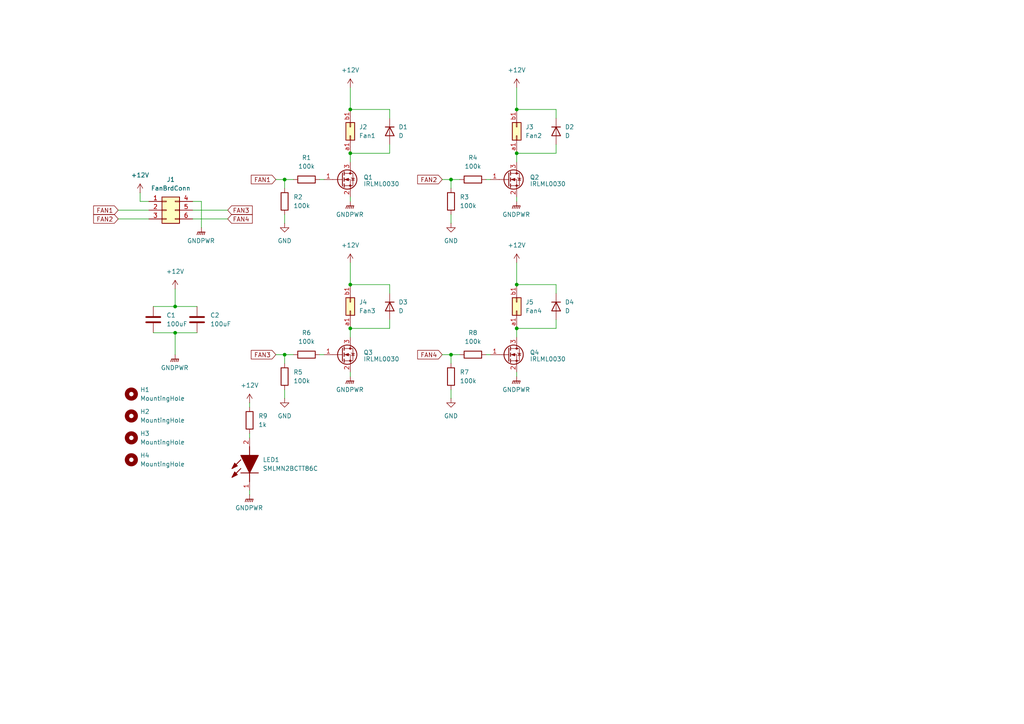
<source format=kicad_sch>
(kicad_sch (version 20231120) (generator "eeschema") (generator_version "8.0")
  (paper "A4")
  (lib_symbols
    (symbol "Connector_Generic:Conn_02x01_Row_Letter_First" (pin_names (offset 1.016) hide)
      (property "Reference" "J" (at 1.27 2.54 0))
      (property "Value" "Conn_02x01_Row_Letter_First" (at 1.27 -2.54 0))
      (symbol "Conn_02x01_Row_Letter_First_1_1"
        (rectangle (start -1.27 0.127) (end 0 -0.127) (stroke (width 0.1524)))
        (rectangle (start -1.27 1.27) (end 3.81 -1.27) (stroke (width 0.254)) (fill (type background)))
        (rectangle (start 3.81 0.127) (end 2.54 -0.127) (stroke (width 0.1524)))
        (pin passive line (at -5.08 0 0) (length 3.81) (name "Pin_a1") (number "a1"))
        (pin passive line (at 7.62 0 180) (length 3.81) (name "Pin_b1") (number "b1"))
      )
    )
    (symbol "Connector_Generic:Conn_02x03_Top_Bottom" (pin_names (offset 1.016) hide)
      (property "Reference" "J" (at 1.27 5.08 0))
      (property "Value" "Conn_02x03_Top_Bottom" (at 1.27 -5.08 0))
      (symbol "Conn_02x03_Top_Bottom_1_1"
        (rectangle (start -1.27 -2.413) (end 0 -2.667) (stroke (width 0.1524)))
        (rectangle (start -1.27 0.127) (end 0 -0.127) (stroke (width 0.1524)))
        (rectangle (start -1.27 2.667) (end 0 2.413) (stroke (width 0.1524)))
        (rectangle (start -1.27 3.81) (end 3.81 -3.81) (stroke (width 0.254)) (fill (type background)))
        (rectangle (start 3.81 -2.413) (end 2.54 -2.667) (stroke (width 0.1524)))
        (rectangle (start 3.81 0.127) (end 2.54 -0.127) (stroke (width 0.1524)))
        (rectangle (start 3.81 2.667) (end 2.54 2.413) (stroke (width 0.1524)))
        (pin passive line (at -5.08 2.54 0) (length 3.81) (name "Pin_1") (number "1"))
        (pin passive line (at -5.08 0 0) (length 3.81) (name "Pin_2") (number "2"))
        (pin passive line (at -5.08 -2.54 0) (length 3.81) (name "Pin_3") (number "3"))
        (pin passive line (at 7.62 2.54 180) (length 3.81) (name "Pin_4") (number "4"))
        (pin passive line (at 7.62 0 180) (length 3.81) (name "Pin_5") (number "5"))
        (pin passive line (at 7.62 -2.54 180) (length 3.81) (name "Pin_6") (number "6"))
      )
    )
    (symbol "Device:C" (pin_numbers hide) (pin_names (offset 0.254))
      (property "Reference" "C" (at 0.635 2.54 0))
      (property "Value" "C" (at 0.635 -2.54 0))
      (symbol "C_0_1"
        (polyline (pts (xy -2.032 -0.762) (xy 2.032 -0.762)) (stroke (width 0.508)))
        (polyline (pts (xy -2.032 0.762) (xy 2.032 0.762)) (stroke (width 0.508)))
      )
      (symbol "C_1_1"
        (pin passive line (at 0 3.81 270) (length 2.794) (name "~") (number "1"))
        (pin passive line (at 0 -3.81 90) (length 2.794) (name "~") (number "2"))
      )
    )
    (symbol "Device:D" (pin_numbers hide) (pin_names (offset 1.016) hide)
      (property "Reference" "D" (at 0 2.54 0))
      (property "Value" "D" (at 0 -2.54 0))
      (symbol "D_0_1"
        (polyline (pts (xy -1.27 1.27) (xy -1.27 -1.27)) (stroke (width 0.254)))
        (polyline (pts (xy 1.27 0) (xy -1.27 0)))
        (polyline (pts (xy 1.27 1.27) (xy 1.27 -1.27) (xy -1.27 0) (xy 1.27 1.27)) (stroke (width 0.254)))
      )
      (symbol "D_1_1"
        (pin passive line (at -3.81 0 0) (length 2.54) (name "K") (number "1"))
        (pin passive line (at 3.81 0 180) (length 2.54) (name "A") (number "2"))
      )
    )
    (symbol "Device:R" (pin_numbers hide) (pin_names (offset 0))
      (property "Reference" "R" (at 2.032 0 90))
      (property "Value" "R" (at 0 0 90))
      (symbol "R_0_1"
        (rectangle (start -1.016 -2.54) (end 1.016 2.54) (stroke (width 0.254)))
      )
      (symbol "R_1_1"
        (pin passive line (at 0 3.81 270) (length 1.27) (name "~") (number "1"))
        (pin passive line (at 0 -3.81 90) (length 1.27) (name "~") (number "2"))
      )
    )
    (symbol "Mechanical:MountingHole" (pin_names (offset 1.016)) (exclude_from_sim yes) (in_bom no)
      (property "Reference" "H" (at 0 5.08 0))
      (property "Value" "MountingHole" (at 0 3.175 0))
      (symbol "MountingHole_0_1"
        (circle (center 0 0) (radius 1.27) (stroke (width 1.27)))
      )
    )
    (symbol "Transistor_FET:IRLML0030" (pin_names hide)
      (property "Reference" "Q" (at 5.08 1.905 0))
      (property "Value" "IRLML0030" (at 5.08 0 0))
      (symbol "IRLML0030_0_1"
        (polyline (pts (xy 0.254 0) (xy -2.54 0)))
        (polyline (pts (xy 0.254 1.905) (xy 0.254 -1.905)) (stroke (width 0.254)))
        (polyline (pts (xy 0.762 -1.27) (xy 0.762 -2.286)) (stroke (width 0.254)))
        (polyline (pts (xy 0.762 0.508) (xy 0.762 -0.508)) (stroke (width 0.254)))
        (polyline (pts (xy 0.762 2.286) (xy 0.762 1.27)) (stroke (width 0.254)))
        (polyline (pts (xy 2.54 2.54) (xy 2.54 1.778)))
        (polyline (pts (xy 2.54 -2.54) (xy 2.54 0) (xy 0.762 0)))
        (polyline (pts (xy 0.762 -1.778) (xy 3.302 -1.778) (xy 3.302 1.778) (xy 0.762 1.778)))
        (polyline (pts (xy 1.016 0) (xy 2.032 0.381) (xy 2.032 -0.381) (xy 1.016 0)) (fill (type outline)))
        (polyline (pts (xy 2.794 0.508) (xy 2.921 0.381) (xy 3.683 0.381) (xy 3.81 0.254)))
        (polyline (pts (xy 3.302 0.381) (xy 2.921 -0.254) (xy 3.683 -0.254) (xy 3.302 0.381)))
        (circle (center 1.651 0) (radius 2.794) (stroke (width 0.254)))
        (circle (center 2.54 -1.778) (radius 0.254) (fill (type outline)))
        (circle (center 2.54 1.778) (radius 0.254) (fill (type outline)))
      )
      (symbol "IRLML0030_1_1"
        (pin input line (at -5.08 0 0) (length 2.54) (name "G") (number "1"))
        (pin passive line (at 2.54 -5.08 90) (length 2.54) (name "S") (number "2"))
        (pin passive line (at 2.54 5.08 270) (length 2.54) (name "D") (number "3"))
      )
    )
    (symbol "led:SMLMN2BCTT86C" (pin_names hide)
      (property "Reference" "LED" (at 12.7 8.89 0))
      (property "Value" "SMLMN2BCTT86C" (at 12.7 6.35 0))
      (symbol "SMLMN2BCTT86C_1_1"
        (polyline (pts (xy 2.54 0) (xy 5.08 0)) (stroke (width 0.254)))
        (polyline (pts (xy 5.08 2.54) (xy 5.08 -2.54)) (stroke (width 0.254)))
        (polyline (pts (xy 6.35 2.54) (xy 3.81 5.08)) (stroke (width 0.254)))
        (polyline (pts (xy 8.89 2.54) (xy 6.35 5.08)) (stroke (width 0.254)))
        (polyline (pts (xy 10.16 0) (xy 12.7 0)) (stroke (width 0.254)))
        (polyline (pts (xy 5.08 0) (xy 10.16 2.54) (xy 10.16 -2.54) (xy 5.08 0)) (stroke (width 0.254)) (fill (type outline)))
        (polyline (pts (xy 5.334 4.318) (xy 4.572 3.556) (xy 3.81 5.08) (xy 5.334 4.318)) (stroke (width 0.254)) (fill (type outline)))
        (polyline (pts (xy 7.874 4.318) (xy 7.112 3.556) (xy 6.35 5.08) (xy 7.874 4.318)) (stroke (width 0.254)) (fill (type outline)))
        (pin passive line (at 0 0 0) (length 2.54) (name "K") (number "1"))
        (pin passive line (at 15.24 0 180) (length 2.54) (name "A") (number "2"))
      )
    )
    (symbol "power:+12V" (power) (pin_numbers hide) (pin_names (offset 0) hide)
      (property "Value" "+12V" (at 0 3.556 0))
      (symbol "+12V_0_1"
        (polyline (pts (xy -0.762 1.27) (xy 0 2.54)))
        (polyline (pts (xy 0 0) (xy 0 2.54)))
        (polyline (pts (xy 0 2.54) (xy 0.762 1.27)))
      )
      (symbol "+12V_1_1"
        (pin power_in line (at 0 0 90) (length 0) (name "~") (number "1"))
      )
    )
    (symbol "power:GND" (power) (pin_numbers hide) (pin_names (offset 0) hide)
      (property "Value" "GND" (at 0 -3.81 0))
      (symbol "GND_0_1"
        (polyline (pts (xy 0 0) (xy 0 -1.27) (xy 1.27 -1.27) (xy 0 -2.54) (xy -1.27 -1.27) (xy 0 -1.27)))
      )
      (symbol "GND_1_1"
        (pin power_in line (at 0 0 270) (length 0) (name "~") (number "1"))
      )
    )
    (symbol "power:GNDPWR" (power) (pin_numbers hide) (pin_names (offset 0) hide)
      (property "Value" "GNDPWR" (at 0 -3.302 0))
      (symbol "GNDPWR_0_1"
        (polyline (pts (xy 0 -1.27) (xy 0 0)))
        (polyline (pts (xy -1.016 -1.27) (xy -1.27 -2.032) (xy -1.27 -2.032)) (stroke (width 0.2032)))
        (polyline (pts (xy -0.508 -1.27) (xy -0.762 -2.032) (xy -0.762 -2.032)) (stroke (width 0.2032)))
        (polyline (pts (xy 0 -1.27) (xy -0.254 -2.032) (xy -0.254 -2.032)) (stroke (width 0.2032)))
        (polyline (pts (xy 0.508 -1.27) (xy 0.254 -2.032) (xy 0.254 -2.032)) (stroke (width 0.2032)))
        (polyline (pts (xy 1.016 -1.27) (xy -1.016 -1.27) (xy -1.016 -1.27)) (stroke (width 0.2032)))
        (polyline (pts (xy 1.016 -1.27) (xy 0.762 -2.032) (xy 0.762 -2.032) (xy 0.762 -2.032)) (stroke (width 0.2032)))
      )
      (symbol "GNDPWR_1_1"
        (pin power_in line (at 0 0 270) (length 0) (name "~") (number "1"))
      )
    )
  )
  (junction (at 82.55 52.07))
  (junction (at 149.86 95.25))
  (junction (at 101.6 44.45))
  (junction (at 149.86 31.75))
  (junction (at 130.81 52.07))
  (junction (at 130.81 102.87))
  (junction (at 149.86 82.55))
  (junction (at 101.6 31.75))
  (junction (at 101.6 95.25))
  (junction (at 101.6 82.55))
  (junction (at 149.86 44.45))
  (junction (at 82.55 102.87))
  (junction (at 50.8 96.52))
  (junction (at 50.8 88.9))
  (wire (pts (xy 130.81 52.07) (xy 130.81 54.61)))
  (wire (pts (xy 130.81 113.03) (xy 130.81 115.57)))
  (wire (pts (xy 130.81 62.23) (xy 130.81 64.77)))
  (wire (pts (xy 72.39 116.84) (xy 72.39 118.11)))
  (wire (pts (xy 113.03 34.29) (xy 113.03 31.75)))
  (wire (pts (xy 149.86 95.25) (xy 149.86 97.79)))
  (wire (pts (xy 101.6 76.2) (xy 101.6 82.55)))
  (wire (pts (xy 128.27 52.07) (xy 130.81 52.07)))
  (wire (pts (xy 161.29 34.29) (xy 161.29 31.75)))
  (wire (pts (xy 113.03 92.71) (xy 113.03 95.25)))
  (wire (pts (xy 113.03 44.45) (xy 101.6 44.45)))
  (wire (pts (xy 82.55 113.03) (xy 82.55 115.57)))
  (wire (pts (xy 82.55 52.07) (xy 82.55 54.61)))
  (wire (pts (xy 72.39 125.73) (xy 72.39 127)))
  (wire (pts (xy 130.81 102.87) (xy 133.35 102.87)))
  (wire (pts (xy 149.86 107.95) (xy 149.86 109.22)))
  (wire (pts (xy 101.6 57.15) (xy 101.6 58.42)))
  (wire (pts (xy 149.86 25.4) (xy 149.86 31.75)))
  (wire (pts (xy 50.8 88.9) (xy 44.45 88.9)))
  (wire (pts (xy 113.03 82.55) (xy 101.6 82.55)))
  (wire (pts (xy 161.29 85.09) (xy 161.29 82.55)))
  (wire (pts (xy 82.55 102.87) (xy 82.55 105.41)))
  (wire (pts (xy 55.88 63.5) (xy 66.04 63.5)))
  (wire (pts (xy 82.55 62.23) (xy 82.55 64.77)))
  (wire (pts (xy 101.6 25.4) (xy 101.6 31.75)))
  (wire (pts (xy 34.29 60.96) (xy 43.18 60.96)))
  (wire (pts (xy 55.88 60.96) (xy 66.04 60.96)))
  (wire (pts (xy 113.03 31.75) (xy 101.6 31.75)))
  (wire (pts (xy 40.64 55.88) (xy 40.64 58.42)))
  (wire (pts (xy 50.8 88.9) (xy 57.15 88.9)))
  (wire (pts (xy 58.42 66.04) (xy 58.42 58.42)))
  (wire (pts (xy 92.71 52.07) (xy 93.98 52.07)))
  (wire (pts (xy 140.97 102.87) (xy 142.24 102.87)))
  (wire (pts (xy 113.03 41.91) (xy 113.03 44.45)))
  (wire (pts (xy 149.86 44.45) (xy 149.86 46.99)))
  (wire (pts (xy 130.81 102.87) (xy 130.81 105.41)))
  (wire (pts (xy 161.29 31.75) (xy 149.86 31.75)))
  (wire (pts (xy 50.8 83.82) (xy 50.8 88.9)))
  (wire (pts (xy 130.81 52.07) (xy 133.35 52.07)))
  (wire (pts (xy 161.29 44.45) (xy 149.86 44.45)))
  (wire (pts (xy 101.6 95.25) (xy 101.6 97.79)))
  (wire (pts (xy 161.29 92.71) (xy 161.29 95.25)))
  (wire (pts (xy 113.03 95.25) (xy 101.6 95.25)))
  (wire (pts (xy 82.55 52.07) (xy 85.09 52.07)))
  (wire (pts (xy 161.29 95.25) (xy 149.86 95.25)))
  (wire (pts (xy 58.42 58.42) (xy 55.88 58.42)))
  (wire (pts (xy 113.03 85.09) (xy 113.03 82.55)))
  (wire (pts (xy 161.29 82.55) (xy 149.86 82.55)))
  (wire (pts (xy 101.6 107.95) (xy 101.6 109.22)))
  (wire (pts (xy 149.86 57.15) (xy 149.86 58.42)))
  (wire (pts (xy 34.29 63.5) (xy 43.18 63.5)))
  (wire (pts (xy 80.01 102.87) (xy 82.55 102.87)))
  (wire (pts (xy 140.97 52.07) (xy 142.24 52.07)))
  (wire (pts (xy 72.39 142.24) (xy 72.39 143.51)))
  (wire (pts (xy 43.18 58.42) (xy 40.64 58.42)))
  (wire (pts (xy 128.27 102.87) (xy 130.81 102.87)))
  (wire (pts (xy 50.8 96.52) (xy 50.8 102.87)))
  (wire (pts (xy 161.29 41.91) (xy 161.29 44.45)))
  (wire (pts (xy 50.8 96.52) (xy 57.15 96.52)))
  (wire (pts (xy 101.6 44.45) (xy 101.6 46.99)))
  (wire (pts (xy 44.45 96.52) (xy 50.8 96.52)))
  (wire (pts (xy 149.86 76.2) (xy 149.86 82.55)))
  (wire (pts (xy 92.71 102.87) (xy 93.98 102.87)))
  (wire (pts (xy 82.55 102.87) (xy 85.09 102.87)))
  (wire (pts (xy 80.01 52.07) (xy 82.55 52.07)))
  (global_label "FAN3" (shape input) (at 80.01 102.87 180) (property "Intersheetrefs" "${INTERSHEET_REFS}" (effects (hide yes))))
  (global_label "FAN4" (shape input) (at 128.27 102.87 180) (property "Intersheetrefs" "${INTERSHEET_REFS}" (effects (hide yes))))
  (global_label "FAN2" (shape input) (at 34.29 63.5 180) (property "Intersheetrefs" "${INTERSHEET_REFS}" (effects (hide yes))))
  (global_label "FAN1" (shape input) (at 80.01 52.07 180) (property "Intersheetrefs" "${INTERSHEET_REFS}" (effects (hide yes))))
  (global_label "FAN4" (shape input) (at 66.04 63.5 0) (property "Intersheetrefs" "${INTERSHEET_REFS}" (effects (hide yes))))
  (global_label "FAN1" (shape input) (at 34.29 60.96 180) (property "Intersheetrefs" "${INTERSHEET_REFS}" (effects (hide yes))))
  (global_label "FAN3" (shape input) (at 66.04 60.96 0) (property "Intersheetrefs" "${INTERSHEET_REFS}" (effects (hide yes))))
  (global_label "FAN2" (shape input) (at 128.27 52.07 180) (property "Intersheetrefs" "${INTERSHEET_REFS}" (effects (hide yes))))
  (symbol (lib_id "Connector_Generic:Conn_02x01_Row_Letter_First") (at 101.6 39.37 90) (unit 1)
    (property "Reference" "J2" (at 104.14 36.8299 90) (effects (justify right)))
    (property "Value" "Fan1" (at 104.14 39.3699 90) (effects (justify right)))
    (property "Footprint" "UTSVT_Connectors:Molex_MicroFit3.0_1x2xP3.00mm_PolarizingPeg_Vertical" (effects (hide yes)))
    (property "Description" "Generic connector, double row, 02x01, row letter first pin numbering scheme (pin number consists of a letter for the row and a number for the pin index in this row. a1, ..., aN; b1, ..., bN), script generated (kicad-library-utils/schlib/autogen/connector/)" (effects (hide yes)))
  )
  (symbol (lib_id "Transistor_FET:IRLML0030") (at 147.32 102.87 0) (unit 1)
    (property "Reference" "Q4" (at 153.67 102.2349 0) (effects (justify left)))
    (property "Value" "IRLML0030" (at 153.67 104.14 0) (effects (justify left)))
    (property "Footprint" "Package_TO_SOT_SMD:SOT-23" (effects (hide yes)))
    (property "Datasheet" "https://www.infineon.com/dgdl/irlml0030pbf.pdf?fileId=5546d462533600a401535664773825df" (effects (hide yes)))
    (property "Description" "5.3A Id, 30V Vds, 27mOhm Rds, N-Channel HEXFET Power MOSFET, SOT-23" (effects (hide yes)))
  )
  (symbol (lib_id "Connector_Generic:Conn_02x01_Row_Letter_First") (at 101.6 90.17 90) (unit 1)
    (property "Reference" "J4" (at 104.14 87.6299 90) (effects (justify right)))
    (property "Value" "Fan3" (at 104.14 90.1699 90) (effects (justify right)))
    (property "Footprint" "UTSVT_Connectors:Molex_MicroFit3.0_1x2xP3.00mm_PolarizingPeg_Vertical" (effects (hide yes)))
    (property "Description" "Generic connector, double row, 02x01, row letter first pin numbering scheme (pin number consists of a letter for the row and a number for the pin index in this row. a1, ..., aN; b1, ..., bN), script generated (kicad-library-utils/schlib/autogen/connector/)" (effects (hide yes)))
  )
  (symbol (lib_id "power:GNDPWR") (at 50.8 102.87 0) (unit 1)
    (property "Reference" "#PWR06" (effects (hide yes)))
    (property "Value" "GNDPWR" (at 50.673 106.68 0))
    (property "Description" "Power symbol creates a global label with name \"GNDPWR\" , global ground" (effects (hide yes)))
  )
  (symbol (lib_id "Device:R") (at 88.9 102.87 90) (unit 1)
    (property "Reference" "R6" (at 88.9 96.52 90))
    (property "Value" "100k" (at 88.9 99.06 90))
    (property "Footprint" "Resistor_SMD:R_0805_2012Metric" (effects (hide yes)))
    (property "Description" "Resistor" (effects (hide yes)))
  )
  (symbol (lib_id "power:GND") (at 130.81 64.77 0) (unit 1)
    (property "Reference" "#PWR08" (effects (hide yes)))
    (property "Value" "GND" (at 130.81 69.85 0))
    (property "Description" "Power symbol creates a global label with name \"GND\" , ground" (effects (hide yes)))
  )
  (symbol (lib_id "Device:D") (at 113.03 38.1 270) (unit 1)
    (property "Reference" "D1" (at 115.57 36.8299 90) (effects (justify left)))
    (property "Value" "D" (at 115.57 39.3699 90) (effects (justify left)))
    (property "Description" "Diode" (effects (hide yes)))
    (property "Sim.Device" "D" (effects (hide yes)))
    (property "Sim.Pins" "1=K 2=A" (effects (hide yes)))
  )
  (symbol (lib_id "power:GND") (at 130.81 115.57 0) (unit 1)
    (property "Reference" "#PWR014" (effects (hide yes)))
    (property "Value" "GND" (at 130.81 120.65 0))
    (property "Description" "Power symbol creates a global label with name \"GND\" , ground" (effects (hide yes)))
  )
  (symbol (lib_id "Device:R") (at 72.39 121.92 0) (unit 1)
    (property "Reference" "R9" (at 74.93 120.6499 0) (effects (justify left)))
    (property "Value" "1k" (at 74.93 123.1899 0) (effects (justify left)))
    (property "Footprint" "Resistor_SMD:R_0805_2012Metric" (effects (hide yes)))
    (property "Description" "Resistor" (effects (hide yes)))
  )
  (symbol (lib_id "Device:D") (at 113.03 88.9 270) (unit 1)
    (property "Reference" "D3" (at 115.57 87.6299 90) (effects (justify left)))
    (property "Value" "D" (at 115.57 90.1699 90) (effects (justify left)))
    (property "Description" "Diode" (effects (hide yes)))
    (property "Sim.Device" "D" (effects (hide yes)))
    (property "Sim.Pins" "1=K 2=A" (effects (hide yes)))
  )
  (symbol (lib_id "Transistor_FET:IRLML0030") (at 99.06 52.07 0) (unit 1)
    (property "Reference" "Q1" (at 105.41 51.4349 0) (effects (justify left)))
    (property "Value" "IRLML0030" (at 105.41 53.34 0) (effects (justify left)))
    (property "Footprint" "Package_TO_SOT_SMD:SOT-23" (effects (hide yes)))
    (property "Datasheet" "https://www.infineon.com/dgdl/irlml0030pbf.pdf?fileId=5546d462533600a401535664773825df" (effects (hide yes)))
    (property "Description" "5.3A Id, 30V Vds, 27mOhm Rds, N-Channel HEXFET Power MOSFET, SOT-23" (effects (hide yes)))
  )
  (symbol (lib_id "power:+12V") (at 72.39 116.84 0) (unit 1)
    (property "Reference" "#PWR017" (effects (hide yes)))
    (property "Value" "+12V" (at 72.39 111.76 0))
    (property "Description" "Power symbol creates a global label with name \"+12V\"" (effects (hide yes)))
  )
  (symbol (lib_id "Connector_Generic:Conn_02x01_Row_Letter_First") (at 149.86 90.17 90) (unit 1)
    (property "Reference" "J5" (at 152.4 87.6299 90) (effects (justify right)))
    (property "Value" "Fan4" (at 152.4 90.1699 90) (effects (justify right)))
    (property "Footprint" "UTSVT_Connectors:Molex_MicroFit3.0_1x2xP3.00mm_PolarizingPeg_Vertical" (effects (hide yes)))
    (property "Description" "Generic connector, double row, 02x01, row letter first pin numbering scheme (pin number consists of a letter for the row and a number for the pin index in this row. a1, ..., aN; b1, ..., bN), script generated (kicad-library-utils/schlib/autogen/connector/)" (effects (hide yes)))
  )
  (symbol (lib_id "Device:R") (at 130.81 109.22 180) (unit 1)
    (property "Reference" "R7" (at 133.35 107.9499 0) (effects (justify right)))
    (property "Value" "100k" (at 133.35 110.4899 0) (effects (justify right)))
    (property "Footprint" "Resistor_SMD:R_0805_2012Metric" (effects (hide yes)))
    (property "Description" "Resistor" (effects (hide yes)))
  )
  (symbol (lib_id "Device:R") (at 137.16 102.87 90) (unit 1)
    (property "Reference" "R8" (at 137.16 96.52 90))
    (property "Value" "100k" (at 137.16 99.06 90))
    (property "Footprint" "Resistor_SMD:R_0805_2012Metric" (effects (hide yes)))
    (property "Description" "Resistor" (effects (hide yes)))
  )
  (symbol (lib_id "power:+12V") (at 101.6 25.4 0) (unit 1)
    (property "Reference" "#PWR04" (effects (hide yes)))
    (property "Value" "+12V" (at 101.6 20.32 0))
    (property "Description" "Power symbol creates a global label with name \"+12V\"" (effects (hide yes)))
  )
  (symbol (lib_id "power:GNDPWR") (at 149.86 58.42 0) (unit 1)
    (property "Reference" "#PWR010" (effects (hide yes)))
    (property "Value" "GNDPWR" (at 149.733 62.23 0))
    (property "Description" "Power symbol creates a global label with name \"GNDPWR\" , global ground" (effects (hide yes)))
  )
  (symbol (lib_id "power:+12V") (at 101.6 76.2 0) (unit 1)
    (property "Reference" "#PWR012" (effects (hide yes)))
    (property "Value" "+12V" (at 101.6 71.12 0))
    (property "Description" "Power symbol creates a global label with name \"+12V\"" (effects (hide yes)))
  )
  (symbol (lib_id "power:+12V") (at 40.64 55.88 0) (unit 1)
    (property "Reference" "#PWR02" (effects (hide yes)))
    (property "Value" "+12V" (at 40.64 50.8 0))
    (property "Description" "Power symbol creates a global label with name \"+12V\"" (effects (hide yes)))
  )
  (symbol (lib_id "power:+12V") (at 149.86 25.4 0) (unit 1)
    (property "Reference" "#PWR09" (effects (hide yes)))
    (property "Value" "+12V" (at 149.86 20.32 0))
    (property "Description" "Power symbol creates a global label with name \"+12V\"" (effects (hide yes)))
  )
  (symbol (lib_id "power:GNDPWR") (at 149.86 109.22 0) (unit 1)
    (property "Reference" "#PWR016" (effects (hide yes)))
    (property "Value" "GNDPWR" (at 149.733 113.03 0))
    (property "Description" "Power symbol creates a global label with name \"GNDPWR\" , global ground" (effects (hide yes)))
  )
  (symbol (lib_id "Transistor_FET:IRLML0030") (at 99.06 102.87 0) (unit 1)
    (property "Reference" "Q3" (at 105.41 102.2349 0) (effects (justify left)))
    (property "Value" "IRLML0030" (at 105.41 104.14 0) (effects (justify left)))
    (property "Footprint" "Package_TO_SOT_SMD:SOT-23" (effects (hide yes)))
    (property "Datasheet" "https://www.infineon.com/dgdl/irlml0030pbf.pdf?fileId=5546d462533600a401535664773825df" (effects (hide yes)))
    (property "Description" "5.3A Id, 30V Vds, 27mOhm Rds, N-Channel HEXFET Power MOSFET, SOT-23" (effects (hide yes)))
  )
  (symbol (lib_id "power:GNDPWR") (at 101.6 58.42 0) (unit 1)
    (property "Reference" "#PWR01" (effects (hide yes)))
    (property "Value" "GNDPWR" (at 101.473 62.23 0))
    (property "Description" "Power symbol creates a global label with name \"GNDPWR\" , global ground" (effects (hide yes)))
  )
  (symbol (lib_id "Device:R") (at 88.9 52.07 90) (unit 1)
    (property "Reference" "R1" (at 88.9 45.72 90))
    (property "Value" "100k" (at 88.9 48.26 90))
    (property "Footprint" "Resistor_SMD:R_0805_2012Metric" (effects (hide yes)))
    (property "Description" "Resistor" (effects (hide yes)))
  )
  (symbol (lib_id "Connector_Generic:Conn_02x03_Top_Bottom") (at 48.26 60.96 0) (unit 1)
    (property "Reference" "J1" (at 49.53 52.07 0))
    (property "Value" "FanBrdConn" (at 49.53 54.61 0))
    (property "Footprint" "Connector_Molex:Molex_Micro-Fit_3.0_43045-0612_2x03_P3.00mm_Vertical" (effects (hide yes)))
    (property "Description" "Generic connector, double row, 02x03, top/bottom pin numbering scheme (row 1: 1...pins_per_row, row2: pins_per_row+1 ... num_pins), script generated (kicad-library-utils/schlib/autogen/connector/)" (effects (hide yes)))
  )
  (symbol (lib_id "power:GNDPWR") (at 101.6 109.22 0) (unit 1)
    (property "Reference" "#PWR013" (effects (hide yes)))
    (property "Value" "GNDPWR" (at 101.473 113.03 0))
    (property "Description" "Power symbol creates a global label with name \"GNDPWR\" , global ground" (effects (hide yes)))
  )
  (symbol (lib_id "Mechanical:MountingHole") (at 38.1 114.3 0) (unit 1) (exclude_from_sim yes) (in_bom no)
    (property "Reference" "H1" (at 40.64 113.0299 0) (effects (justify left)))
    (property "Value" "MountingHole" (at 40.64 115.5699 0) (effects (justify left)))
    (property "Footprint" "MountingHole:MountingHole_3mm" (effects (hide yes)))
    (property "Description" "Mounting Hole without connection" (effects (hide yes)))
  )
  (symbol (lib_id "Device:R") (at 82.55 58.42 180) (unit 1)
    (property "Reference" "R2" (at 85.09 57.1499 0) (effects (justify right)))
    (property "Value" "100k" (at 85.09 59.6899 0) (effects (justify right)))
    (property "Footprint" "Resistor_SMD:R_0805_2012Metric" (effects (hide yes)))
    (property "Description" "Resistor" (effects (hide yes)))
  )
  (symbol (lib_id "power:GND") (at 82.55 64.77 0) (unit 1)
    (property "Reference" "#PWR07" (effects (hide yes)))
    (property "Value" "GND" (at 82.55 69.85 0))
    (property "Description" "Power symbol creates a global label with name \"GND\" , ground" (effects (hide yes)))
  )
  (symbol (lib_id "power:GNDPWR") (at 58.42 66.04 0) (unit 1)
    (property "Reference" "#PWR03" (effects (hide yes)))
    (property "Value" "GNDPWR" (at 58.293 69.85 0))
    (property "Description" "Power symbol creates a global label with name \"GNDPWR\" , global ground" (effects (hide yes)))
  )
  (symbol (lib_id "Device:R") (at 82.55 109.22 180) (unit 1)
    (property "Reference" "R5" (at 85.09 107.9499 0) (effects (justify right)))
    (property "Value" "100k" (at 85.09 110.4899 0) (effects (justify right)))
    (property "Footprint" "Resistor_SMD:R_0805_2012Metric" (effects (hide yes)))
    (property "Description" "Resistor" (effects (hide yes)))
  )
  (symbol (lib_id "Device:C") (at 57.15 92.71 0) (unit 1)
    (property "Reference" "C2" (at 60.96 91.4399 0) (effects (justify left)))
    (property "Value" "100uF" (at 60.96 93.9799 0) (effects (justify left)))
    (property "Footprint" "Capacitor_SMD:C_0805_2012Metric" (effects (hide yes)))
    (property "Description" "Unpolarized capacitor" (effects (hide yes)))
  )
  (symbol (lib_id "Device:R") (at 130.81 58.42 180) (unit 1)
    (property "Reference" "R3" (at 133.35 57.1499 0) (effects (justify right)))
    (property "Value" "100k" (at 133.35 59.6899 0) (effects (justify right)))
    (property "Footprint" "Resistor_SMD:R_0805_2012Metric" (effects (hide yes)))
    (property "Description" "Resistor" (effects (hide yes)))
  )
  (symbol (lib_id "power:+12V") (at 50.8 83.82 0) (unit 1)
    (property "Reference" "#PWR05" (effects (hide yes)))
    (property "Value" "+12V" (at 50.8 78.74 0))
    (property "Description" "Power symbol creates a global label with name \"+12V\"" (effects (hide yes)))
  )
  (symbol (lib_id "Connector_Generic:Conn_02x01_Row_Letter_First") (at 149.86 39.37 90) (unit 1)
    (property "Reference" "J3" (at 152.4 36.8299 90) (effects (justify right)))
    (property "Value" "Fan2" (at 152.4 39.3699 90) (effects (justify right)))
    (property "Footprint" "UTSVT_Connectors:Molex_MicroFit3.0_1x2xP3.00mm_PolarizingPeg_Vertical" (effects (hide yes)))
    (property "Description" "Generic connector, double row, 02x01, row letter first pin numbering scheme (pin number consists of a letter for the row and a number for the pin index in this row. a1, ..., aN; b1, ..., bN), script generated (kicad-library-utils/schlib/autogen/connector/)" (effects (hide yes)))
  )
  (symbol (lib_id "Transistor_FET:IRLML0030") (at 147.32 52.07 0) (unit 1)
    (property "Reference" "Q2" (at 153.67 51.4349 0) (effects (justify left)))
    (property "Value" "IRLML0030" (at 153.67 53.34 0) (effects (justify left)))
    (property "Footprint" "Package_TO_SOT_SMD:SOT-23" (effects (hide yes)))
    (property "Datasheet" "https://www.infineon.com/dgdl/irlml0030pbf.pdf?fileId=5546d462533600a401535664773825df" (effects (hide yes)))
    (property "Description" "5.3A Id, 30V Vds, 27mOhm Rds, N-Channel HEXFET Power MOSFET, SOT-23" (effects (hide yes)))
  )
  (symbol (lib_id "Device:D") (at 161.29 38.1 270) (unit 1)
    (property "Reference" "D2" (at 163.83 36.8299 90) (effects (justify left)))
    (property "Value" "D" (at 163.83 39.3699 90) (effects (justify left)))
    (property "Description" "Diode" (effects (hide yes)))
    (property "Sim.Device" "D" (effects (hide yes)))
    (property "Sim.Pins" "1=K 2=A" (effects (hide yes)))
  )
  (symbol (lib_id "Mechanical:MountingHole") (at 38.1 120.65 0) (unit 1) (exclude_from_sim yes) (in_bom no)
    (property "Reference" "H2" (at 40.64 119.3799 0) (effects (justify left)))
    (property "Value" "MountingHole" (at 40.64 121.9199 0) (effects (justify left)))
    (property "Footprint" "MountingHole:MountingHole_3mm" (effects (hide yes)))
    (property "Description" "Mounting Hole without connection" (effects (hide yes)))
  )
  (symbol (lib_id "power:GNDPWR") (at 72.39 143.51 0) (unit 1)
    (property "Reference" "#PWR018" (effects (hide yes)))
    (property "Value" "GNDPWR" (at 72.263 147.32 0))
    (property "Description" "Power symbol creates a global label with name \"GNDPWR\" , global ground" (effects (hide yes)))
  )
  (symbol (lib_id "Device:R") (at 137.16 52.07 90) (unit 1)
    (property "Reference" "R4" (at 137.16 45.72 90))
    (property "Value" "100k" (at 137.16 48.26 90))
    (property "Footprint" "Resistor_SMD:R_0805_2012Metric" (effects (hide yes)))
    (property "Description" "Resistor" (effects (hide yes)))
  )
  (symbol (lib_id "power:GND") (at 82.55 115.57 0) (unit 1)
    (property "Reference" "#PWR011" (effects (hide yes)))
    (property "Value" "GND" (at 82.55 120.65 0))
    (property "Description" "Power symbol creates a global label with name \"GND\" , ground" (effects (hide yes)))
  )
  (symbol (lib_id "Device:D") (at 161.29 88.9 270) (unit 1)
    (property "Reference" "D4" (at 163.83 87.6299 90) (effects (justify left)))
    (property "Value" "D" (at 163.83 90.1699 90) (effects (justify left)))
    (property "Description" "Diode" (effects (hide yes)))
    (property "Sim.Device" "D" (effects (hide yes)))
    (property "Sim.Pins" "1=K 2=A" (effects (hide yes)))
  )
  (symbol (lib_id "led:SMLMN2BCTT86C") (at 72.39 142.24 90) (unit 1)
    (property "Reference" "LED1" (at 76.2 133.3499 90) (effects (justify right)))
    (property "Value" "SMLMN2BCTT86C" (at 76.2 135.8899 90) (effects (justify right)))
    (property "Footprint" "blue_led:LEDM2012X100N" (effects (hide yes)))
    (property "Datasheet" "https://fscdn.rohm.com/en/products/databook/datasheet/opto/led/chip_mono/smlmn2bctt86(c)-e.pdf" (effects (hide yes)))
    (property "Description" "Blue 470nm LED Indication - Discrete 2.9V 0805 (2012 Metric)" (effects (hide yes)))
    (property "Height" "1" (effects (hide yes)))
    (property "Mouser Part Number" "755-SMLMN2BCTT86C" (effects (hide yes)))
    (property "Mouser Price/Stock" "https://www.mouser.co.uk/ProductDetail/ROHM-Semiconductor/SMLMN2BCTT86C?qs=EAJhGnHnT02MwYNfU4gt9w%3D%3D" (effects (hide yes)))
    (property "Manufacturer_Name" "ROHM Semiconductor" (effects (hide yes)))
    (property "Manufacturer_Part_Number" "SMLMN2BCTT86C" (effects (hide yes)))
  )
  (symbol (lib_id "Device:C") (at 44.45 92.71 0) (unit 1)
    (property "Reference" "C1" (at 48.26 91.4399 0) (effects (justify left)))
    (property "Value" "100uF" (at 48.26 93.9799 0) (effects (justify left)))
    (property "Footprint" "Capacitor_SMD:C_0805_2012Metric" (effects (hide yes)))
    (property "Description" "Unpolarized capacitor" (effects (hide yes)))
  )
  (symbol (lib_id "Mechanical:MountingHole") (at 38.1 127 0) (unit 1) (exclude_from_sim yes) (in_bom no)
    (property "Reference" "H3" (at 40.64 125.7299 0) (effects (justify left)))
    (property "Value" "MountingHole" (at 40.64 128.2699 0) (effects (justify left)))
    (property "Footprint" "MountingHole:MountingHole_3mm" (effects (hide yes)))
    (property "Description" "Mounting Hole without connection" (effects (hide yes)))
  )
  (symbol (lib_id "Mechanical:MountingHole") (at 38.1 133.35 0) (unit 1) (exclude_from_sim yes) (in_bom no)
    (property "Reference" "H4" (at 40.64 132.0799 0) (effects (justify left)))
    (property "Value" "MountingHole" (at 40.64 134.6199 0) (effects (justify left)))
    (property "Footprint" "MountingHole:MountingHole_3mm" (effects (hide yes)))
    (property "Description" "Mounting Hole without connection" (effects (hide yes)))
  )
  (symbol (lib_id "power:+12V") (at 149.86 76.2 0) (unit 1)
    (property "Reference" "#PWR015" (effects (hide yes)))
    (property "Value" "+12V" (at 149.86 71.12 0))
    (property "Description" "Power symbol creates a global label with name \"+12V\"" (effects (hide yes)))
  )
)
</source>
